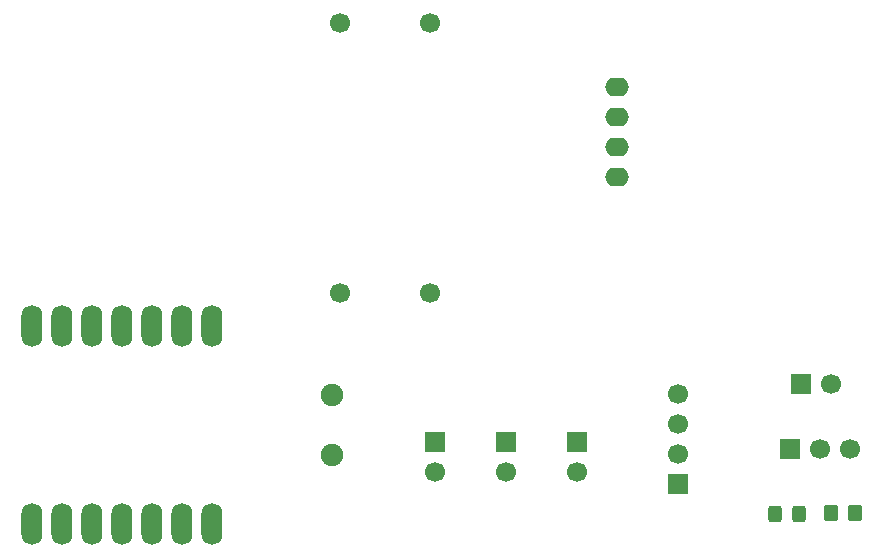
<source format=gbr>
%TF.GenerationSoftware,KiCad,Pcbnew,9.0.7*%
%TF.CreationDate,2026-02-02T22:52:16-08:00*%
%TF.ProjectId,TECHIN514 System Architecture Graph Lewis Liu,54454348-494e-4353-9134-205379737465,rev?*%
%TF.SameCoordinates,Original*%
%TF.FileFunction,Soldermask,Top*%
%TF.FilePolarity,Negative*%
%FSLAX46Y46*%
G04 Gerber Fmt 4.6, Leading zero omitted, Abs format (unit mm)*
G04 Created by KiCad (PCBNEW 9.0.7) date 2026-02-02 22:52:16*
%MOMM*%
%LPD*%
G01*
G04 APERTURE LIST*
G04 Aperture macros list*
%AMRoundRect*
0 Rectangle with rounded corners*
0 $1 Rounding radius*
0 $2 $3 $4 $5 $6 $7 $8 $9 X,Y pos of 4 corners*
0 Add a 4 corners polygon primitive as box body*
4,1,4,$2,$3,$4,$5,$6,$7,$8,$9,$2,$3,0*
0 Add four circle primitives for the rounded corners*
1,1,$1+$1,$2,$3*
1,1,$1+$1,$4,$5*
1,1,$1+$1,$6,$7*
1,1,$1+$1,$8,$9*
0 Add four rect primitives between the rounded corners*
20,1,$1+$1,$2,$3,$4,$5,0*
20,1,$1+$1,$4,$5,$6,$7,0*
20,1,$1+$1,$6,$7,$8,$9,0*
20,1,$1+$1,$8,$9,$2,$3,0*%
G04 Aperture macros list end*
%ADD10RoundRect,0.250000X-0.325000X-0.450000X0.325000X-0.450000X0.325000X0.450000X-0.325000X0.450000X0*%
%ADD11RoundRect,0.250000X-0.350000X-0.450000X0.350000X-0.450000X0.350000X0.450000X-0.350000X0.450000X0*%
%ADD12O,2.000000X1.600000*%
%ADD13C,1.700000*%
%ADD14R,1.700000X1.700000*%
%ADD15O,1.778000X3.556000*%
%ADD16C,1.905000*%
G04 APERTURE END LIST*
D10*
%TO.C,D2*%
X146730000Y-99045000D03*
X148780000Y-99045000D03*
%TD*%
D11*
%TO.C,R2*%
X151500000Y-99000000D03*
X153500000Y-99000000D03*
%TD*%
D12*
%TO.C,Brd1*%
X133400000Y-62880000D03*
X133400000Y-65420000D03*
X133400000Y-67960000D03*
X133400000Y-70500000D03*
%TD*%
D13*
%TO.C,M1*%
X117500000Y-57500000D03*
X109880000Y-57500000D03*
X109880000Y-80360000D03*
X117500000Y-80360000D03*
%TD*%
D14*
%TO.C,BT1*%
X148975000Y-88025000D03*
D13*
X151515000Y-88025000D03*
%TD*%
D14*
%TO.C,SW2*%
X123975000Y-93000000D03*
D13*
X123975000Y-95540000D03*
%TD*%
D14*
%TO.C,SW1*%
X130000000Y-93000000D03*
D13*
X130000000Y-95540000D03*
%TD*%
D14*
%TO.C,SW3*%
X117975000Y-93000000D03*
D13*
X117975000Y-95540000D03*
%TD*%
D15*
%TO.C,U4*%
X83800000Y-83118000D03*
X86340000Y-83118000D03*
X88880000Y-83118000D03*
X91420000Y-83118000D03*
X93960000Y-83118000D03*
X96500000Y-83118000D03*
X99040000Y-83118000D03*
X99040000Y-99882000D03*
X96500000Y-99882000D03*
X93960000Y-99882000D03*
X91420000Y-99882000D03*
X88880000Y-99882000D03*
X86340000Y-99882000D03*
X83800000Y-99882000D03*
D16*
X109200000Y-88960000D03*
X109200000Y-94040000D03*
%TD*%
D14*
%TO.C,SW4*%
X147975000Y-93525000D03*
D13*
X150515000Y-93525000D03*
X153055000Y-93525000D03*
%TD*%
D14*
%TO.C,D1*%
X138500000Y-96540000D03*
D13*
X138500000Y-94000000D03*
X138500000Y-91460000D03*
X138500000Y-88920000D03*
%TD*%
M02*

</source>
